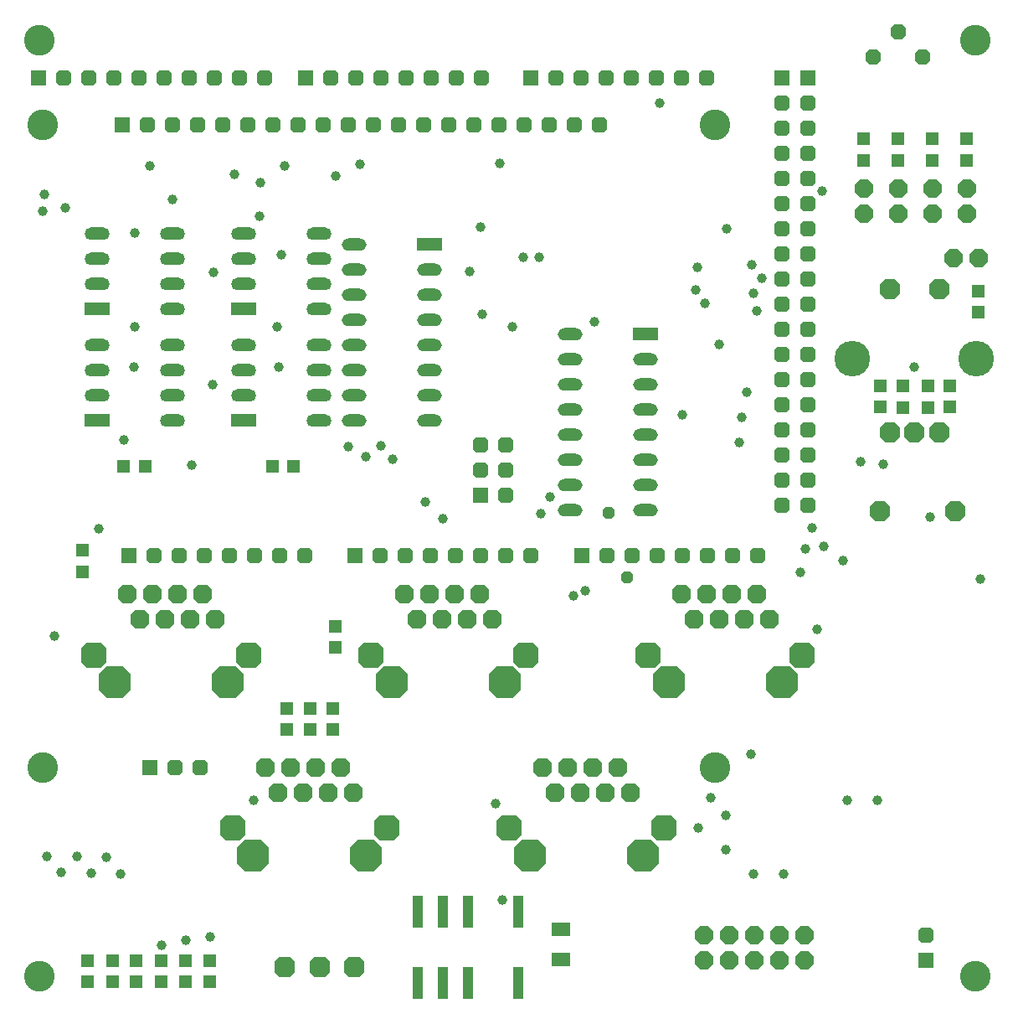
<source format=gbs>
%FSLAX35Y35*%
%MOIN*%
%IN4=Loetstoppmaskeunten(X.GBS)*%
%ADD10C,0.00591*%
%ADD11C,0.00512*%
%ADD12C,0.00614*%
%ADD13C,0.00768*%
%ADD14C,0.00787*%
%ADD15C,0.01024*%
%ADD16C,0.01181*%
%ADD17C,0.01575*%
%ADD18C,0.01969*%
%ADD19C,0.02362*%
%ADD20C,0.02795*%
%ADD21C,0.03150*%
%ADD22C,0.03937*%
%ADD23C,0.06299*%
%ADD24C,0.12205*%
%ADD25C,0.13780*%
%ADD26C,0.14173*%
%AMR_27*21,1,0.00787,0.00787,0,0,0.000*%
%ADD27R_27*%
%AMR_28*21,1,0.01575,0.01575,0,0,0.000*%
%ADD28R_28*%
%AMR_29*21,1,0.01870,0.01870,0,0,0.000*%
%ADD29R_29*%
%AMR_30*21,1,0.01969,0.01969,0,0,0.000*%
%ADD30R_30*%
%AMR_31*21,1,0.02559,0.02559,0,0,0.000*%
%ADD31R_31*%
%AMR_32*21,1,0.03937,0.12441,0,0,180.000*%
%ADD32R_32*%
%AMR_33*21,1,0.04587,0.05433,0,0,90.000*%
%ADD33R_33*%
%AMR_34*21,1,0.05000,0.05000,0,0,0.000*%
%ADD34R_34*%
%AMR_35*21,1,0.05000,0.05000,0,0,90.000*%
%ADD35R_35*%
%AMR_36*21,1,0.05000,0.05000,0,0,270.000*%
%ADD36R_36*%
%AMR_37*21,1,0.05000,0.09843,0,0,270.000*%
%ADD37R_37*%
%AMR_38*21,1,0.05000,0.10000,0,0,90.000*%
%ADD38R_38*%
%AMR_39*21,1,0.05512,0.07087,0,0,90.000*%
%ADD39R_39*%
%AMR_40*21,1,0.12205,0.05118,0,0,90.000*%
%ADD40R_40*%
%AMR_41*21,1,0.12205,0.05118,0,0,180.000*%
%ADD41R_41*%
%AMR_42*21,1,0.19685,0.19685,0,0,0.000*%
%ADD42R_42*%
%AMOCT_43*4,1,8,0.023622,0.011811,0.011811,0.023622,-0.011811,0.023622,-0.023622,0.011811,-0.023622,-0.011811,-0.011811,-0.023622,0.011811,-0.023622,0.023622,-0.011811,0.023622,0.011811,0.000*%
%ADD43OCT_43*%
%AMOCT_44*4,1,8,0.029528,0.014764,0.014764,0.029528,-0.014764,0.029528,-0.029528,0.014764,-0.029528,-0.014764,-0.014764,-0.029528,0.014764,-0.029528,0.029528,-0.014764,0.029528,0.014764,0.000*%
%ADD44OCT_44*%
%AMOCT_45*4,1,8,0.031496,0.015748,0.015748,0.031496,-0.015748,0.031496,-0.031496,0.015748,-0.031496,-0.015748,-0.015748,-0.031496,0.015748,-0.031496,0.031496,-0.015748,0.031496,0.015748,-0.000*%
%ADD45OCT_45*%
%AMOCT_46*4,1,8,0.031496,0.015748,0.015748,0.031496,-0.015748,0.031496,-0.031496,0.015748,-0.031496,-0.015748,-0.015748,-0.031496,0.015748,-0.031496,0.031496,-0.015748,0.031496,0.015748,90.000*%
%ADD46OCT_46*%
%AMOCT_47*4,1,8,0.031496,0.015748,0.015748,0.031496,-0.015748,0.031496,-0.031496,0.015748,-0.031496,-0.015748,-0.015748,-0.031496,0.015748,-0.031496,0.031496,-0.015748,0.031496,0.015748,270.000*%
%ADD47OCT_47*%
%AMOCT_48*4,1,8,0.035433,0.017717,0.017717,0.035433,-0.017717,0.035433,-0.035433,0.017717,-0.035433,-0.017717,-0.017717,-0.035433,0.017717,-0.035433,0.035433,-0.017717,0.035433,0.017717,-0.000*%
%ADD48OCT_48*%
%AMOCT_49*4,1,8,0.035433,0.017717,0.017717,0.035433,-0.017717,0.035433,-0.035433,0.017717,-0.035433,-0.017717,-0.017717,-0.035433,0.017717,-0.035433,0.035433,-0.017717,0.035433,0.017717,180.000*%
%ADD49OCT_49*%
%AMOCT_50*4,1,8,0.035433,0.017717,0.017717,0.035433,-0.017717,0.035433,-0.035433,0.017717,-0.035433,-0.017717,-0.017717,-0.035433,0.017717,-0.035433,0.035433,-0.017717,0.035433,0.017717,270.000*%
%ADD50OCT_50*%
%AMOCT_51*4,1,8,0.037402,0.018701,0.018701,0.037402,-0.018701,0.037402,-0.037402,0.018701,-0.037402,-0.018701,-0.018701,-0.037402,0.018701,-0.037402,0.037402,-0.018701,0.037402,0.018701,180.000*%
%ADD51OCT_51*%
%AMOCT_52*4,1,8,0.039370,0.019685,0.019685,0.039370,-0.019685,0.039370,-0.039370,0.019685,-0.039370,-0.019685,-0.019685,-0.039370,0.019685,-0.039370,0.039370,-0.019685,0.039370,0.019685,0.000*%
%ADD52OCT_52*%
%AMOCT_53*4,1,8,0.041339,0.020669,0.020669,0.041339,-0.020669,0.041339,-0.041339,0.020669,-0.041339,-0.020669,-0.020669,-0.041339,0.020669,-0.041339,0.041339,-0.020669,0.041339,0.020669,180.000*%
%ADD53OCT_53*%
%AMOCT_54*4,1,8,0.051181,0.025591,0.025591,0.051181,-0.025591,0.051181,-0.051181,0.025591,-0.051181,-0.025591,-0.025591,-0.051181,0.025591,-0.051181,0.051181,-0.025591,0.051181,0.025591,180.000*%
%ADD54OCT_54*%
%AMOCT_55*4,1,8,0.063976,0.031988,0.031988,0.063976,-0.031988,0.063976,-0.063976,0.031988,-0.063976,-0.031988,-0.031988,-0.063976,0.031988,-0.063976,0.063976,-0.031988,0.063976,0.031988,180.000*%
%ADD55OCT_55*%
%AMO_56*20,1,0.03937,-0.00787,0.00000,0.00787,0.00000,0*1,1,0.03937,-0.00787,0.00000*1,1,0.03937,0.00787,0.00000*%
%ADD56O_56*%
%AMO_57*20,1,0.05000,-0.02421,0.00000,0.02421,0.00000,0*1,1,0.05000,-0.02421,0.00000*1,1,0.05000,0.02421,0.00000*%
%ADD57O_57*%
%AMO_58*20,1,0.05000,0.02500,0.00000,-0.02500,0.00000,0*1,1,0.05000,0.02500,0.00000*1,1,0.05000,-0.02500,0.00000*%
%ADD58O_58*%
%AMRR_59*21,1,0.06299,0.05039,0,0,-0.000*21,1,0.05039,0.06299,0,0,-0.000*1,1,0.01260,0.02520,0.02520*1,1,0.01260,-0.02520,-0.02520*1,1,0.01260,0.02520,-0.02520*1,1,0.01260,-0.02520,0.02520*%
%ADD59RR_59*%
%AMRR_60*21,1,0.06299,0.05039,0,0,90.000*21,1,0.05039,0.06299,0,0,90.000*1,1,0.01260,-0.02520,0.02520*1,1,0.01260,0.02520,-0.02520*1,1,0.01260,0.02520,0.02520*1,1,0.01260,-0.02520,-0.02520*%
%ADD60RR_60*%
%AMRR_61*21,1,0.06299,0.05039,0,0,270.000*21,1,0.05039,0.06299,0,0,270.000*1,1,0.01260,0.02520,-0.02520*1,1,0.01260,-0.02520,0.02520*1,1,0.01260,-0.02520,-0.02520*1,1,0.01260,0.02520,0.02520*%
%ADD61RR_61*%
G54D22*
X192165Y79320D03*
X48661Y306289D03*
X48267Y252942D03*
X186259Y308651D03*
X186850Y274202D03*
X106732Y297627D03*
X105944Y252942D03*
X63425Y319675D03*
X231535Y271250D03*
X358897Y252942D03*
X365196Y193297D03*
X385275Y168690D03*
X332322Y80895D03*
X344133Y80895D03*
X320118Y148612D03*
X95708Y80895D03*
X198858Y269084D03*
X48464Y269084D03*
X105157Y269084D03*
X79763Y290738D03*
X79566Y246250D03*
X44330Y224005D03*
X193740Y334045D03*
X294133Y293887D03*
X298070Y288375D03*
X257519Y358061D03*
X330354Y176171D03*
X322874Y181683D03*
X337440Y215541D03*
X315393Y180895D03*
X318149Y189163D03*
X34291Y188769D03*
X181929Y291131D03*
X171299Y192706D03*
X164212Y199399D03*
X140590Y217509D03*
X146496Y221840D03*
X322086Y323021D03*
X271692Y283651D03*
X275629Y278533D03*
X272480Y292706D03*
X133503Y221446D03*
X88228Y329714D03*
X12637Y321840D03*
X98070Y313179D03*
X20905Y316328D03*
X13425Y58454D03*
X25629Y58454D03*
X37047Y58061D03*
X98464Y326564D03*
X11850Y315147D03*
X284291Y308061D03*
X346496Y214360D03*
X289015Y223021D03*
X290196Y233257D03*
X151220Y216328D03*
X296102Y275383D03*
X294921Y282470D03*
X281141Y261998D03*
X266574Y234045D03*
X292165Y243100D03*
X16574Y146250D03*
X71299Y213966D03*
X19330Y51958D03*
X59094Y23021D03*
X68937Y24990D03*
X78385Y26564D03*
X42952Y51564D03*
X54370Y333257D03*
X108307Y333257D03*
X31141Y51761D03*
X227992Y163966D03*
X138228Y333651D03*
X209488Y296643D03*
X213818Y201368D03*
X128385Y328927D03*
X203188Y296643D03*
X210275Y194675D03*
X223267Y161998D03*
X277992Y81683D03*
X272874Y69872D03*
X283897Y61210D03*
X283897Y74596D03*
X306732Y51368D03*
X294921Y51368D03*
X313425Y171446D03*
X293740Y99005D03*
X194921Y41131D03*
G54D24*
X11742Y93759D03*
X11742Y349350D03*
X279458Y93759D03*
X383100Y10600D03*
X10600Y10600D03*
X10600Y383100D03*
X383100Y383100D03*
X279458Y349350D03*
G54D26*
X334291Y256486D03*
X383503Y256486D03*
G54D32*
X201141Y36486D03*
X201141Y7982D03*
X181141Y36498D03*
X171141Y36486D03*
X161141Y36486D03*
X171141Y7982D03*
X181141Y7982D03*
X161141Y7982D03*
G54D34*
X111785Y213572D03*
X103385Y213572D03*
X52730Y213572D03*
X44330Y213572D03*
G54D35*
X338818Y343626D03*
X338818Y335226D03*
X352401Y343626D03*
X352401Y335226D03*
X366181Y343626D03*
X366181Y335226D03*
X379960Y343626D03*
X379960Y335226D03*
X109094Y117248D03*
X109094Y108848D03*
X118346Y117248D03*
X118346Y108848D03*
X127598Y117248D03*
X127598Y108848D03*
X373267Y245398D03*
X373267Y236998D03*
X345511Y245398D03*
X345511Y236998D03*
G54D36*
X384488Y274661D03*
X384488Y283061D03*
X49251Y8519D03*
X49251Y16919D03*
X39803Y8519D03*
X39803Y16919D03*
X29960Y8519D03*
X29960Y16919D03*
X364409Y236865D03*
X364409Y245265D03*
X354566Y236865D03*
X354566Y245265D03*
X78385Y8519D03*
X78385Y16919D03*
X68937Y8519D03*
X68937Y16919D03*
X59094Y8519D03*
X59094Y16919D03*
X128385Y141262D03*
X128385Y149662D03*
X27992Y171577D03*
X27992Y179977D03*
G54D37*
X165984Y301761D03*
X252007Y265935D03*
G54D38*
X91771Y231683D03*
X91771Y275974D03*
X33503Y231879D03*
X33503Y276171D03*
G54D39*
X218149Y17312D03*
X218149Y29517D03*
G54D43*
X244527Y169478D03*
X237047Y195068D03*
G54D44*
X342559Y376368D03*
X352401Y386368D03*
X362244Y376368D03*
G54D45*
X20275Y368100D03*
X30275Y368100D03*
X40275Y368100D03*
X50275Y368100D03*
X60275Y368100D03*
X70275Y368100D03*
X80275Y368100D03*
X90275Y368100D03*
X100275Y368100D03*
X56299Y177942D03*
X66299Y177942D03*
X76299Y177942D03*
X86299Y177942D03*
X96299Y177942D03*
X106299Y177942D03*
X116299Y177942D03*
X146259Y177942D03*
X156259Y177942D03*
X166259Y177942D03*
X176259Y177942D03*
X186259Y177942D03*
X196259Y177942D03*
X206259Y177942D03*
X236417Y177942D03*
X246417Y177942D03*
X256417Y177942D03*
X266417Y177942D03*
X276417Y177942D03*
X286417Y177942D03*
X296417Y177942D03*
X216338Y368100D03*
X226338Y368100D03*
X236338Y368100D03*
X246338Y368100D03*
X256338Y368100D03*
X266338Y368100D03*
X276338Y368100D03*
X126377Y368100D03*
X136377Y368100D03*
X146377Y368100D03*
X156377Y368100D03*
X166377Y368100D03*
X176377Y368100D03*
X186377Y368100D03*
X53346Y349399D03*
X63346Y349399D03*
X73346Y349399D03*
X83346Y349399D03*
X93346Y349399D03*
X103346Y349399D03*
X113346Y349399D03*
X123346Y349399D03*
X133346Y349399D03*
X143346Y349399D03*
X153346Y349399D03*
X163346Y349399D03*
X173346Y349399D03*
X183346Y349399D03*
X193346Y349399D03*
X203346Y349399D03*
X213346Y349399D03*
X223346Y349399D03*
X233346Y349399D03*
X64370Y93887D03*
X74370Y93887D03*
G54D46*
X196062Y201958D03*
X186062Y211958D03*
X196062Y211958D03*
X186062Y221958D03*
X196062Y221958D03*
X363425Y27116D03*
G54D47*
X306338Y358100D03*
X306338Y348100D03*
X306338Y338100D03*
X306338Y328100D03*
X306338Y318100D03*
X306338Y308100D03*
X306338Y298100D03*
X306338Y288100D03*
X306338Y278100D03*
X306338Y268100D03*
X306338Y258100D03*
X306338Y248100D03*
X306338Y238100D03*
X306338Y228100D03*
X306338Y218100D03*
X306338Y208100D03*
X306338Y198100D03*
X316377Y358100D03*
X316377Y348100D03*
X316377Y338100D03*
X316377Y328100D03*
X316377Y318100D03*
X316377Y308100D03*
X316377Y298100D03*
X316377Y288100D03*
X316377Y278100D03*
X316377Y268100D03*
X316377Y258100D03*
X316377Y248100D03*
X316377Y238100D03*
X316377Y228100D03*
X316377Y218100D03*
X316377Y208100D03*
X316377Y198100D03*
G54D48*
X275236Y27155D03*
X275236Y17155D03*
X285236Y27155D03*
X285236Y17155D03*
X295236Y27155D03*
X295236Y17155D03*
X305236Y17155D03*
X305236Y27155D03*
X315236Y27155D03*
X315236Y17155D03*
G54D49*
X384488Y296446D03*
X374488Y296446D03*
G54D50*
X338818Y324202D03*
X338818Y314202D03*
X352401Y324202D03*
X352401Y314202D03*
X366181Y324202D03*
X366181Y314202D03*
X379960Y324202D03*
X379960Y314202D03*
G54D51*
X190787Y152746D03*
X185787Y162746D03*
X180787Y152746D03*
X175787Y162746D03*
X170787Y152746D03*
X165787Y162746D03*
X160787Y152746D03*
X155787Y162746D03*
X301023Y152746D03*
X296023Y162746D03*
X291023Y152746D03*
X286023Y162746D03*
X281023Y152746D03*
X276023Y162746D03*
X271023Y152746D03*
X266023Y162746D03*
X135669Y83848D03*
X130669Y93848D03*
X125669Y83848D03*
X120669Y93848D03*
X115669Y83848D03*
X110669Y93848D03*
X105669Y83848D03*
X100669Y93848D03*
X245905Y83848D03*
X240905Y93848D03*
X235905Y83848D03*
X230905Y93848D03*
X225905Y83848D03*
X220905Y93848D03*
X215905Y83848D03*
X210905Y93848D03*
X80551Y152746D03*
X75551Y162746D03*
X70551Y152746D03*
X65551Y162746D03*
X60551Y152746D03*
X55551Y162746D03*
X50551Y152746D03*
X45551Y162746D03*
G54D52*
X349055Y226958D03*
X358897Y226958D03*
X368740Y226958D03*
X349055Y284045D03*
X368740Y284045D03*
X345314Y195659D03*
X375314Y195659D03*
G54D53*
X108307Y14360D03*
X135866Y14360D03*
X122086Y14360D03*
G54D54*
X142480Y138572D03*
X204094Y138572D03*
X252716Y138572D03*
X314330Y138572D03*
X87362Y69675D03*
X148976Y69675D03*
X197598Y69675D03*
X259212Y69675D03*
X32244Y138572D03*
X93858Y138572D03*
G54D55*
X195787Y127746D03*
X150787Y127746D03*
X306023Y127746D03*
X261023Y127746D03*
X140669Y58848D03*
X95669Y58848D03*
X250905Y58848D03*
X205905Y58848D03*
X85551Y127746D03*
X40551Y127746D03*
G54D57*
X165984Y291761D03*
X165984Y281761D03*
X165984Y271761D03*
X165984Y261761D03*
X165984Y251761D03*
X165984Y241761D03*
X165984Y231761D03*
X135984Y231761D03*
X135984Y241761D03*
X135984Y251761D03*
X135984Y261761D03*
X135984Y271761D03*
X135984Y281761D03*
X135984Y291761D03*
X135984Y301761D03*
X252007Y255935D03*
X252007Y245935D03*
X252007Y235935D03*
X252007Y225935D03*
X252007Y215935D03*
X252007Y205935D03*
X252007Y195935D03*
X222007Y195935D03*
X222007Y205935D03*
X222007Y215935D03*
X222007Y225935D03*
X222007Y235935D03*
X222007Y245935D03*
X222007Y255935D03*
X222007Y265935D03*
G54D58*
X91771Y241683D03*
X91771Y251683D03*
X91771Y261683D03*
X121771Y261683D03*
X121771Y251683D03*
X121771Y241683D03*
X121771Y231683D03*
X91771Y285974D03*
X91771Y295974D03*
X91771Y305974D03*
X121771Y305974D03*
X121771Y295974D03*
X121771Y285974D03*
X121771Y275974D03*
X33503Y241879D03*
X33503Y251879D03*
X33503Y261879D03*
X63503Y261879D03*
X63503Y251879D03*
X63503Y241879D03*
X63503Y231879D03*
X33503Y286171D03*
X33503Y296171D03*
X33503Y306171D03*
X63503Y306171D03*
X63503Y296171D03*
X63503Y286171D03*
X63503Y276171D03*
G54D59*
X10275Y368100D03*
X46299Y177942D03*
X136259Y177942D03*
X226417Y177942D03*
X206338Y368100D03*
X116377Y368100D03*
X43346Y349399D03*
X54370Y93887D03*
G54D60*
X186062Y201958D03*
X363425Y17116D03*
G54D61*
X306338Y368100D03*
X316377Y368100D03*
M02*

</source>
